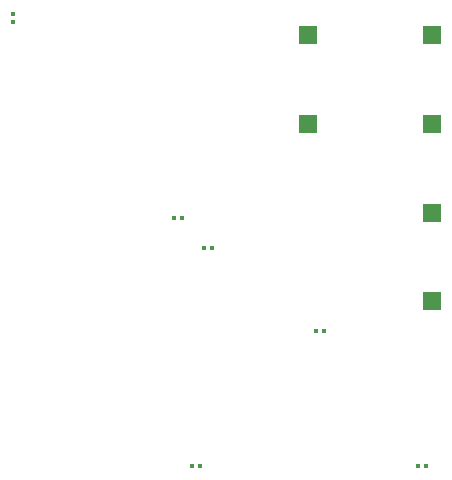
<source format=gbr>
%TF.GenerationSoftware,KiCad,Pcbnew,8.0.8*%
%TF.CreationDate,2025-07-15T17:27:57-07:00*%
%TF.ProjectId,Map Lights,4d617020-4c69-4676-9874-732e6b696361,rev?*%
%TF.SameCoordinates,Original*%
%TF.FileFunction,Paste,Top*%
%TF.FilePolarity,Positive*%
%FSLAX46Y46*%
G04 Gerber Fmt 4.6, Leading zero omitted, Abs format (unit mm)*
G04 Created by KiCad (PCBNEW 8.0.8) date 2025-07-15 17:27:57*
%MOMM*%
%LPD*%
G01*
G04 APERTURE LIST*
G04 Aperture macros list*
%AMRoundRect*
0 Rectangle with rounded corners*
0 $1 Rounding radius*
0 $2 $3 $4 $5 $6 $7 $8 $9 X,Y pos of 4 corners*
0 Add a 4 corners polygon primitive as box body*
4,1,4,$2,$3,$4,$5,$6,$7,$8,$9,$2,$3,0*
0 Add four circle primitives for the rounded corners*
1,1,$1+$1,$2,$3*
1,1,$1+$1,$4,$5*
1,1,$1+$1,$6,$7*
1,1,$1+$1,$8,$9*
0 Add four rect primitives between the rounded corners*
20,1,$1+$1,$2,$3,$4,$5,0*
20,1,$1+$1,$4,$5,$6,$7,0*
20,1,$1+$1,$6,$7,$8,$9,0*
20,1,$1+$1,$8,$9,$2,$3,0*%
G04 Aperture macros list end*
%ADD10R,1.500000X1.500000*%
%ADD11RoundRect,0.079500X0.100500X-0.079500X0.100500X0.079500X-0.100500X0.079500X-0.100500X-0.079500X0*%
%ADD12RoundRect,0.079500X-0.079500X-0.100500X0.079500X-0.100500X0.079500X0.100500X-0.079500X0.100500X0*%
G04 APERTURE END LIST*
D10*
%TO.C,DV*%
X167500000Y-88000000D03*
%TD*%
D11*
%TO.C,RW*%
X132000000Y-79345000D03*
X132000000Y-78655000D03*
%TD*%
D12*
%TO.C,YM*%
X145655000Y-96000000D03*
X146345000Y-96000000D03*
%TD*%
%TO.C,CI*%
X147155000Y-117000000D03*
X147845000Y-117000000D03*
%TD*%
D10*
%TO.C,CI*%
X167500000Y-95500000D03*
%TD*%
%TO.C,RW*%
X157000000Y-80500000D03*
%TD*%
D12*
%TO.C,JT*%
X166310000Y-117000000D03*
X167000000Y-117000000D03*
%TD*%
%TO.C,DV*%
X157655000Y-105500000D03*
X158345000Y-105500000D03*
%TD*%
%TO.C,SQ*%
X148155000Y-98500000D03*
X148845000Y-98500000D03*
%TD*%
D10*
%TO.C,JT*%
X167500000Y-103000000D03*
%TD*%
%TO.C,YM*%
X157000000Y-88000000D03*
%TD*%
%TO.C,SQ*%
X167500000Y-80500000D03*
%TD*%
M02*

</source>
